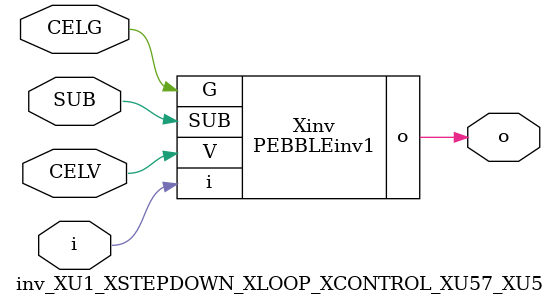
<source format=v>



module PEBBLEinv1 ( o, G, SUB, V, i );

  input V;
  input i;
  input G;
  output o;
  input SUB;
endmodule

//Celera Confidential Do Not Copy inv_XU1_XSTEPDOWN_XLOOP_XCONTROL_XU57_XU5
//Celera Confidential Symbol Generator
//5V Inverter
module inv_XU1_XSTEPDOWN_XLOOP_XCONTROL_XU57_XU5 (CELV,CELG,i,o,SUB);
input CELV;
input CELG;
input i;
input SUB;
output o;

//Celera Confidential Do Not Copy inv
PEBBLEinv1 Xinv(
.V (CELV),
.i (i),
.o (o),
.SUB (SUB),
.G (CELG)
);
//,diesize,PEBBLEinv1

//Celera Confidential Do Not Copy Module End
//Celera Schematic Generator
endmodule

</source>
